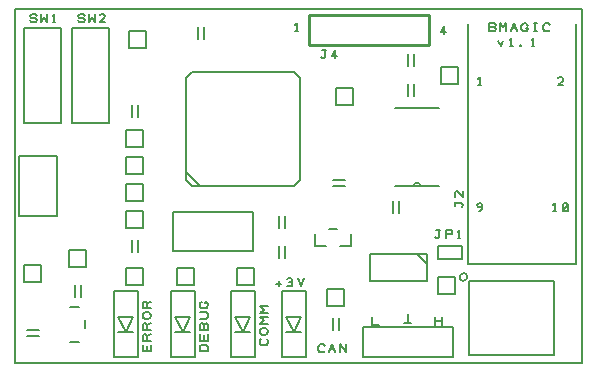
<source format=gto>
%FSLAX23Y23*%
%MOIN*%
G04 EasyPC Gerber Version 17.0 Build 3379 *
%ADD10C,0.00500*%
%ADD21C,0.00598*%
%ADD71C,0.00600*%
%ADD11C,0.00800*%
%ADD16C,0.01000*%
X0Y0D02*
D02*
D10*
X2599Y55D02*
X4489D01*
Y1236*
X2599*
Y55*
X2614Y745D02*
Y545D01*
X2739*
Y745*
X2614*
X2639Y145D02*
X2679D01*
X2639Y165D02*
X2679D01*
X2752Y857D02*
Y1173D01*
X2628*
Y857*
X2752*
X2799Y315D02*
Y275D01*
X2819Y315D02*
Y275D01*
X2912Y857D02*
Y1173D01*
X2788*
Y857*
X2912*
X2929Y295D02*
Y75D01*
X3009*
Y295*
X2929*
X2944Y160D02*
X2994D01*
X2969D02*
X2944Y210D01*
X2994*
X2969Y160*
X2989Y465D02*
Y425D01*
Y915D02*
Y875D01*
X3009Y465D02*
Y425D01*
Y915D02*
Y875D01*
X3119Y295D02*
Y75D01*
X3199*
Y295*
X3119*
X3134Y160D02*
X3184D01*
X3159D02*
X3134Y210D01*
X3184*
X3159Y160*
X3209Y1135D02*
Y1175D01*
X3214Y650D02*
X3174Y690D01*
X3229Y1135D02*
Y1175D01*
X3319Y295D02*
Y75D01*
X3399*
Y295*
X3319*
X3334Y160D02*
X3384D01*
X3359D02*
X3334Y210D01*
X3384*
X3359Y160*
X3393Y560D02*
X3125D01*
Y430*
X3393*
Y560*
X3479Y445D02*
Y405D01*
Y505D02*
Y545D01*
X3489Y295D02*
Y75D01*
X3569*
Y295*
X3489*
X3499Y445D02*
Y405D01*
Y505D02*
Y545D01*
X3504Y160D02*
X3554D01*
X3529D02*
X3504Y210D01*
X3554*
X3529Y160*
X3659Y205D02*
Y165D01*
Y645D02*
X3699D01*
X3659Y665D02*
X3699D01*
X3679Y205D02*
Y165D01*
X3859Y595D02*
Y555D01*
X3879Y595D02*
Y555D01*
X3909Y945D02*
Y985D01*
Y1045D02*
Y1085D01*
X3929Y945D02*
Y985D01*
Y1045D02*
Y1085D01*
X3969Y390D02*
X3939Y420D01*
X4094Y355D02*
G75*
G03Y330J-13D01*
G01*
G75*
G03Y355J13*
G01*
X4397Y328D02*
Y82D01*
X4114*
Y328*
X4119*
Y328*
X4144*
Y328*
X4397*
D02*
D11*
X3973Y330D02*
X3784D01*
Y420*
X3973*
Y330*
D02*
D16*
X3579Y1115D02*
X3979D01*
Y1215*
X3579*
Y1115*
D02*
D71*
X2630Y326D02*
X2687D01*
Y383*
X2630*
Y326*
X2649Y1198D02*
X2651Y1194D01*
X2656Y1192*
X2665*
X2669Y1194*
X2671Y1198*
X2669Y1203*
X2665Y1205*
X2656*
X2651Y1207*
X2649Y1212*
X2651Y1216*
X2656Y1219*
X2665*
X2669Y1216*
X2671Y1212*
X2685Y1219D02*
X2687Y1192D01*
X2696Y1205*
X2705Y1192*
X2707Y1219*
X2725Y1192D02*
X2734D01*
X2730D02*
Y1219D01*
X2725Y1214*
X2784Y126D02*
X2814D01*
X2809Y1198D02*
X2811Y1194D01*
X2816Y1192*
X2825*
X2829Y1194*
X2831Y1198*
X2829Y1203*
X2825Y1205*
X2816*
X2811Y1207*
X2809Y1212*
X2811Y1216*
X2816Y1219*
X2825*
X2829Y1216*
X2831Y1212*
X2845Y1219D02*
X2847Y1192D01*
X2856Y1205*
X2865Y1192*
X2867Y1219*
X2899Y1192D02*
X2881D01*
X2897Y1207*
X2899Y1212*
X2897Y1216*
X2892Y1219*
X2885*
X2881Y1216*
X2814Y244D02*
X2784D01*
X2832Y172D02*
Y198D01*
X2837Y376D02*
Y433D01*
X2780*
Y376*
X2837*
X2970Y373D02*
Y316D01*
X3027*
Y373*
X2970*
Y563D02*
Y506D01*
X3027*
Y563*
X2970*
Y653D02*
Y596D01*
X3027*
Y653*
X2970*
Y743D02*
Y686D01*
X3027*
Y743*
X2970*
Y833D02*
Y776D01*
X3027*
Y833*
X2970*
X3037Y1106D02*
Y1163D01*
X2980*
Y1106*
X3037*
X3052Y95D02*
X3025D01*
Y117*
X3039Y113D02*
Y95D01*
X3052D02*
Y117D01*
Y131D02*
X3025D01*
Y147*
X3027Y151*
X3032Y153*
X3036Y151*
X3039Y147*
Y131*
Y147D02*
X3052Y153D01*
Y167D02*
X3025D01*
Y183*
X3027Y187*
X3032Y189*
X3036Y187*
X3039Y183*
Y167*
Y183D02*
X3052Y189D01*
X3043Y203D02*
X3034D01*
X3030Y205*
X3027Y207*
X3025Y212*
Y216*
X3027Y221*
X3030Y223*
X3034Y225*
X3043*
X3048Y223*
X3050Y221*
X3052Y216*
Y212*
X3050Y207*
X3048Y205*
X3043Y203*
X3052Y239D02*
X3025D01*
Y255*
X3027Y259*
X3032Y261*
X3036Y259*
X3039Y255*
Y239*
Y255D02*
X3052Y261D01*
X3140Y373D02*
Y316D01*
X3197*
Y373*
X3140*
X3242Y95D02*
X3215D01*
Y108*
X3217Y113*
X3220Y115*
X3224Y117*
X3233*
X3238Y115*
X3240Y113*
X3242Y108*
Y95*
Y131D02*
X3215D01*
Y153*
X3229Y149D02*
Y131D01*
X3242D02*
Y153D01*
X3229Y183D02*
X3231Y187D01*
X3235Y189*
X3240Y187*
X3242Y183*
Y167*
X3215*
Y183*
X3217Y187*
X3222Y189*
X3226Y187*
X3229Y183*
Y167*
X3215Y203D02*
X3235D01*
X3240Y205*
X3242Y210*
Y219*
X3240Y223*
X3235Y225*
X3215*
X3231Y255D02*
Y261D01*
X3233*
X3238Y259*
X3240Y257*
X3242Y252*
Y248*
X3240Y243*
X3238Y241*
X3233Y239*
X3224*
X3220Y241*
X3217Y243*
X3215Y248*
Y252*
X3217Y257*
X3220Y259*
X3224Y261*
X3340Y373D02*
Y316D01*
X3397*
Y373*
X3340*
X3438Y137D02*
X3440Y135D01*
X3442Y131*
Y124*
X3440Y119*
X3438Y117*
X3433Y115*
X3424*
X3420Y117*
X3417Y119*
X3415Y124*
Y131*
X3417Y135*
X3420Y137*
X3433Y151D02*
X3424D01*
X3420Y153*
X3417Y155*
X3415Y160*
Y164*
X3417Y169*
X3420Y171*
X3424Y173*
X3433*
X3438Y171*
X3440Y169*
X3442Y164*
Y160*
X3440Y155*
X3438Y153*
X3433Y151*
X3442Y187D02*
X3415D01*
X3429Y198*
X3415Y209*
X3442*
Y223D02*
X3415D01*
X3429Y234*
X3415Y245*
X3442*
X3469Y321D02*
X3487D01*
X3478Y312D02*
Y330D01*
X3507Y314D02*
X3512Y312D01*
X3516*
X3521Y314*
X3523Y318*
X3521Y323*
X3516Y325*
X3512*
X3516D02*
X3521Y327D01*
X3523Y332*
X3521Y336*
X3516Y339*
X3512*
X3507Y336*
X3541Y339D02*
X3552Y312D01*
X3563Y339*
X3533Y1162D02*
X3542D01*
X3538D02*
Y1189D01*
X3533Y1184*
X3529Y645D02*
X3189D01*
X3169Y665*
Y1005*
X3189Y1025*
X3529*
X3549Y1005*
Y665*
X3529Y645*
X3599Y487D02*
Y447D01*
X3636*
X3631Y96D02*
X3629Y94D01*
X3625Y92*
X3618*
X3613Y94*
X3611Y96*
X3609Y101*
Y110*
X3611Y114*
X3613Y116*
X3618Y119*
X3625*
X3629Y116*
X3631Y114*
X3645Y92D02*
X3656Y119D01*
X3667Y92*
X3649Y103D02*
X3663D01*
X3681Y92D02*
Y119D01*
X3703Y92*
Y119*
X3619Y1076D02*
X3621Y1074D01*
X3626Y1072*
X3630Y1074*
X3632Y1076*
Y1099*
X3637*
X3632D02*
X3623D01*
X3666Y1072D02*
Y1099D01*
X3655Y1081*
X3673*
X3640Y303D02*
Y246D01*
X3697*
Y303*
X3640*
X3670Y916D02*
X3727D01*
Y973*
X3670*
Y916*
X3673Y502D02*
X3645D01*
X3682Y447D02*
X3718D01*
Y487*
X3789Y209D02*
Y182D01*
X3811*
X3867Y645D02*
X4011D01*
X3908Y218D02*
Y191D01*
X3919D02*
X3896D01*
X3951Y645D02*
G75*
G03X3927I-12D01*
G01*
X3999Y182D02*
Y209D01*
Y195D02*
X4021D01*
Y182D02*
Y209D01*
X3999Y476D02*
X4001Y474D01*
X4006Y472*
X4010Y474*
X4012Y476*
Y499*
X4017*
X4012D02*
X4003D01*
X4035Y472D02*
Y499D01*
X4051*
X4055Y496*
X4057Y492*
X4055Y487*
X4051Y485*
X4035*
X4075Y472D02*
X4084D01*
X4080D02*
Y499D01*
X4075Y494*
X4011Y905D02*
X3867D01*
X4030Y1152D02*
Y1179D01*
X4019Y1161*
X4037*
X4020Y986D02*
X4077D01*
Y1043*
X4020*
Y986*
X4067Y343D02*
X4010D01*
Y286*
X4067*
Y343*
X4088Y447D02*
Y403D01*
X4010*
Y447*
X4088*
X4088Y575D02*
X4090Y577D01*
X4092Y582*
X4090Y586*
X4088Y588*
X4065*
Y593*
Y588D02*
Y579D01*
X4092Y629D02*
Y611D01*
X4076Y627*
X4072Y629*
X4067Y627*
X4065Y622*
Y615*
X4067Y611*
X4109Y1185D02*
Y385D01*
X4469*
Y1185*
X4146Y562D02*
X4150Y564D01*
X4155Y568*
X4157Y575*
Y582*
X4155Y586*
X4150Y589*
X4146*
X4141Y586*
X4139Y582*
X4141Y577*
X4146Y575*
X4150*
X4155Y577*
X4157Y582*
X4143Y982D02*
X4152D01*
X4148D02*
Y1009D01*
X4143Y1004*
X4195Y1175D02*
X4199Y1173D01*
X4201Y1168*
X4199Y1164*
X4195Y1162*
X4179*
Y1189*
X4195*
X4199Y1186*
X4201Y1182*
X4199Y1177*
X4195Y1175*
X4179*
X4215Y1162D02*
Y1189D01*
X4226Y1175*
X4237Y1189*
Y1162*
X4251D02*
X4262Y1189D01*
X4273Y1162*
X4255Y1173D02*
X4269D01*
X4303D02*
X4309D01*
Y1171*
X4307Y1166*
X4305Y1164*
X4300Y1162*
X4296*
X4291Y1164*
X4289Y1166*
X4287Y1171*
Y1180*
X4289Y1184*
X4291Y1186*
X4296Y1189*
X4300*
X4305Y1186*
X4307Y1184*
X4309Y1180*
X4330Y1162D02*
X4339D01*
X4334D02*
Y1189D01*
X4330D02*
X4339D01*
X4381Y1166D02*
X4379Y1164D01*
X4375Y1162*
X4368*
X4363Y1164*
X4361Y1166*
X4359Y1171*
Y1180*
X4361Y1184*
X4363Y1186*
X4368Y1189*
X4375*
X4379Y1186*
X4381Y1184*
X4209Y1130D02*
X4218Y1112D01*
X4227Y1130*
X4249Y1112D02*
X4258D01*
X4254D02*
Y1139D01*
X4249Y1134*
X4283Y1112D02*
X4285Y1114D01*
X4283Y1116*
X4281Y1114*
X4283Y1112*
X4321D02*
X4330D01*
X4326D02*
Y1139D01*
X4321Y1134*
X4393Y562D02*
X4402D01*
X4398D02*
Y589D01*
X4393Y584*
X4427Y564D02*
X4432Y562D01*
X4436*
X4441Y564*
X4443Y568*
Y582*
X4441Y586*
X4436Y589*
X4432*
X4427Y586*
X4425Y582*
Y568*
X4427Y564*
X4441Y586*
X4427Y982D02*
X4409D01*
X4425Y997*
X4427Y1002*
X4425Y1006*
X4420Y1009*
X4413*
X4409Y1006*
D02*
D21*
X4059Y175D02*
Y75D01*
X3759*
Y175*
X4059*
X0Y0D02*
M02*

</source>
